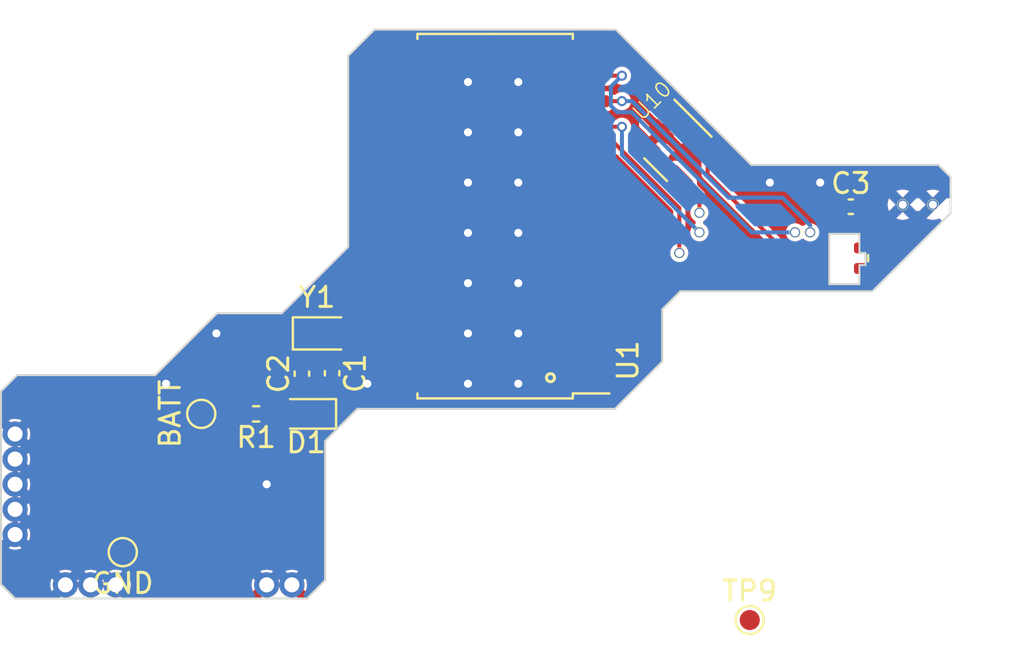
<source format=kicad_pcb>
(kicad_pcb (version 20240108) (generator "pcbnew") (generator_version "8.0")
  (layers (0 "F.Cu" signal) (31 "B.Cu" signal) (34 "B.Paste" user) (35 "F.Paste" user) (36 "B.SilkS" user "B.Silkscreen") (37 "F.SilkS" user "F.Silkscreen") (38 "B.Mask" user) (39 "F.Mask" user) (44 "Edge.Cuts" user))
  (net 0 "")
  (net 1 "GND")
  (net 2 "Net-(U1-X_1)")
  (net 3 "Net-(U1-X_2)")
  (net 4 "Net-(D1-K)")
  (net 5 "Net-(D1-A)")
  (net 6 "/BATT")
  (net 7 "/DATA0")
  (net 8 "/DATA1")
  (net 9 "/DATA2")
  (net 10 "/DATA3")
  (net 11 "+3.3V")
  (net 13 "Net-(U10-RST)")
  (footprint "Wii:TestPoint_THTPad_D0.5mm_Drill0.35mm" (layer "F.Cu") (at 95 102.5)
    (property "Reference" "REF**" (hide yes))
    (property "Value" "TestPoint_THTPad_D0.5mm_Drill0.35mm" (hide yes))
    (fp_circle (center 0 0) (end 0.275 0) (stroke (width 0.025)) (fill none) (layer "F.SilkS"))
    (pad "1" thru_hole circle (at 0 0) (size 0.5 0.5) (drill 0.4) (layers "*.Cu" "*.Mask") (net 1 "GND"))
  )
  (footprint "TestPoint:TestPoint_Pad_D1.0mm" (layer "F.Cu") (at 126.5 104.25)
    (property "Reference" "TP9" (at 0 -1.448 0) (layer "F.SilkS"))
    (property "Value" "3.3V")
    (fp_circle (center 0 0) (end 0 0.7) (stroke (width 0.12)) (fill none) (layer "F.SilkS"))
    (pad "1" smd circle (at 0 0) (size 1 1) (layers "F.Cu" "F.Mask") (net 11 "+3.3V"))
  )
  (footprint "TestPoint:TestPoint_Pad_D1.0mm" (layer "F.Cu") (at 95.35 100.875)
    (property "Reference" "TP2")
    (property "Value" "GND" (at 0 1.55 0) (layer "F.SilkS"))
    (fp_circle (center 0 0) (end 0 0.7) (stroke (width 0.12)) (fill none) (layer "F.SilkS"))
    (pad "1" smd circle (at 0 0) (size 1 1) (layers "F.Cu" "F.Mask") (net 1 "GND"))
  )
  (footprint "Package_SO:SOIC-28W_7.5x17.9mm_P1.27mm" (layer "F.Cu") (at 113.85 84.17 180)
    (property "Reference" "U1" (at -6.6 -7.18 -90) (layer "F.SilkS"))
    (property "Value" "Wii-MX")
    (fp_line (start 3.86 9.06) (end 3.86 8.815) (stroke (width 0.12)) (layer "F.SilkS"))
    (fp_line (start 3.86 -9.06) (end 3.86 -8.815) (stroke (width 0.12)) (layer "F.SilkS"))
    (fp_line (start 0 9.06) (end 3.86 9.06) (stroke (width 0.12)) (layer "F.SilkS"))
    (fp_line (start 0 9.06) (end -3.86 9.06) (stroke (width 0.12)) (layer "F.SilkS"))
    (fp_line (start 0 -9.06) (end 3.86 -9.06) (stroke (width 0.12)) (layer "F.SilkS"))
    (fp_line (start 0 -9.06) (end -3.86 -9.06) (stroke (width 0.12)) (layer "F.SilkS"))
    (fp_line (start -3.86 9.06) (end -3.86 8.815) (stroke (width 0.12)) (layer "F.SilkS"))
    (fp_line (start -3.86 -8.815) (end -5.675 -8.815) (stroke (width 0.12)) (layer "F.SilkS"))
    (fp_line (start -3.86 -9.06) (end -3.86 -8.815) (stroke (width 0.12)) (layer "F.SilkS"))
    (pad "1" smd roundrect (at -4.65 -8.255 180) (size 2.05 0.6) (layers "F.Cu" "F.Paste" "F.Mask"))
    (pad "2" smd roundrect (at -4.65 -6.985 180) (size 2.05 0.6) (layers "F.Cu" "F.Paste" "F.Mask"))
    (pad "3" smd roundrect (at -4.65 -5.715 180) (size 2.05 0.6) (layers "F.Cu" "F.Paste" "F.Mask"))
    (pad "4" smd roundrect (at -4.65 -4.445 180) (size 2.05 0.6) (layers "F.Cu" "F.Paste" "F.Mask") (net 1 "GND"))
    (pad "5" smd roundrect (at -4.65 -3.175 180) (size 2.05 0.6) (layers "F.Cu" "F.Paste" "F.Mask"))
    (pad "6" smd roundrect (at -4.65 -1.905 180) (size 2.05 0.6) (layers "F.Cu" "F.Paste" "F.Mask"))
    (pad "7" smd roundrect (at -4.65 -0.635 180) (size 2.05 0.6) (layers "F.Cu" "F.Paste" "F.Mask"))
    (pad "8" smd roundrect (at -4.65 0.635 180) (size 2.05 0.6) (layers "F.Cu" "F.Paste" "F.Mask"))
    (pad "9" smd roundrect (at -4.65 1.905 180) (size 2.05 0.6) (layers "F.Cu" "F.Paste" "F.Mask"))
    (pad "10" smd roundrect (at -4.65 3.175 180) (size 2.05 0.6) (layers "F.Cu" "F.Paste" "F.Mask"))
    (pad "11" smd roundrect (at -4.65 4.445 180) (size 2.05 0.6) (layers "F.Cu" "F.Paste" "F.Mask") (net 7 "/DATA0"))
    (pad "12" smd roundrect (at -4.65 5.715 180) (size 2.05 0.6) (layers "F.Cu" "F.Paste" "F.Mask") (net 8 "/DATA1"))
    (pad "13" smd roundrect (at -4.65 6.985 180) (size 2.05 0.6) (layers "F.Cu" "F.Paste" "F.Mask") (net 9 "/DATA2"))
    (pad "14" smd roundrect (at -4.65 8.255 180) (size 2.05 0.6) (layers "F.Cu" "F.Paste" "F.Mask") (net 10 "/DATA3"))
    (pad "15" smd roundrect (at 4.65 8.255 180) (size 2.05 0.6) (layers "F.Cu" "F.Paste" "F.Mask"))
    (pad "16" smd roundrect (at 4.65 6.985 180) (size 2.05 0.6) (layers "F.Cu" "F.Paste" "F.Mask") (net 1 "GND"))
    (pad "17" smd roundrect (at 4.65 5.715 180) (size 2.05 0.6) (layers "F.Cu" "F.Paste" "F.Mask") (net 11 "+3.3V"))
    (pad "18" smd roundrect (at 4.65 4.445 180) (size 2.05 0.6) (layers "F.Cu" "F.Paste" "F.Mask"))
    (pad "19" smd roundrect (at 4.65 3.175 180) (size 2.05 0.6) (layers "F.Cu" "F.Paste" "F.Mask"))
    (pad "20" smd roundrect (at 4.65 1.905 180) (size 2.05 0.6) (layers "F.Cu" "F.Paste" "F.Mask"))
    (pad "21" smd roundrect (at 4.65 0.635 180) (size 2.05 0.6) (layers "F.Cu" "F.Paste" "F.Mask"))
    (pad "22" smd roundrect (at 4.65 -0.635 180) (size 2.05 0.6) (layers "F.Cu" "F.Paste" "F.Mask") (net 3 "Net-(U1-X_2)"))
    (pad "23" smd roundrect (at 4.65 -1.905 180) (size 2.05 0.6) (layers "F.Cu" "F.Paste" "F.Mask") (net 2 "Net-(U1-X_1)"))
    (pad "24" smd roundrect (at 4.65 -3.175 180) (size 2.05 0.6) (layers "F.Cu" "F.Paste" "F.Mask") (net 11 "+3.3V"))
    (pad "25" smd roundrect (at 4.65 -4.445 180) (size 2.05 0.6) (layers "F.Cu" "F.Paste" "F.Mask") (net 11 "+3.3V"))
    (pad "26" smd roundrect (at 4.65 -5.715 180) (size 2.05 0.6) (layers "F.Cu" "F.Paste" "F.Mask") (net 4 "Net-(D1-K)"))
    (pad "27" smd roundrect (at 4.65 -6.985 180) (size 2.05 0.6) (layers "F.Cu" "F.Paste" "F.Mask") (net 11 "+3.3V"))
    (pad "28" smd roundrect (at 4.65 -8.255 180) (size 2.05 0.6) (layers "F.Cu" "F.Paste" "F.Mask"))
  )
  (footprint "Wii:TestPoint_THTPad_D0.5mm_Drill0.35mm" (layer "F.Cu") (at 124 84.975)
    (property "Reference" "TP4" (hide yes))
    (property "Value" "TestPoint" (hide yes))
    (fp_circle (center 0 0) (end 0.275 0) (stroke (width 0.025)) (fill none) (layer "F.SilkS"))
    (pad "1" thru_hole circle (at 0 0) (size 0.5 0.5) (drill 0.4) (layers "*.Cu" "*.Mask") (net 7 "/DATA0"))
  )
  (footprint "Wii:TestPoint_THTPad_D0.5mm_Drill0.35mm" (layer "F.Cu") (at 90 98.75)
    (property "Reference" "REF**" (hide yes))
    (property "Value" "TestPoint_THTPad_D0.5mm_Drill0.35mm" (hide yes))
    (fp_circle (center 0 0) (end 0.275 0) (stroke (width 0.025)) (fill none) (layer "F.SilkS"))
    (pad "1" thru_hole circle (at 0 0) (size 0.5 0.5) (drill 0.4) (layers "*.Cu" "*.Mask") (net 1 "GND"))
  )
  (footprint "Wii:TestPoint_THTPad_D0.5mm_Drill0.35mm" (layer "F.Cu") (at 134.1 83.6)
    (property "Reference" "TP3" (hide yes))
    (property "Value" "GND" (hide yes))
    (fp_circle (center 0 0) (end 0.275 0) (stroke (width 0.025)) (fill none) (layer "F.SilkS"))
    (pad "1" thru_hole circle (at 0 0) (size 0.5 0.5) (drill 0.4) (layers "*.Cu" "*.Mask") (net 1 "GND"))
  )
  (footprint "Wii:TestPoint_THTPad_D0.5mm_Drill0.35mm" (layer "F.Cu") (at 124 84)
    (property "Reference" "TP11" (hide yes))
    (property "Value" "U10" (hide yes))
    (fp_circle (center 0 0) (end 0.275 0) (stroke (width 0.025)) (fill none) (layer "F.SilkS"))
    (pad "1" thru_hole circle (at 0 0) (size 0.5 0.5) (drill 0.4) (layers "*.Cu" "*.Mask") (net 13 "Net-(U10-RST)"))
  )
  (footprint "Wii:TestPoint_THTPad_D0.5mm_Drill0.35mm" (layer "F.Cu") (at 135.6 83.6)
    (property "Reference" "TP3" (hide yes))
    (property "Value" "GND" (hide yes))
    (fp_circle (center 0 0) (end 0.275 0) (stroke (width 0.025)) (fill none) (layer "F.SilkS"))
    (pad "1" thru_hole circle (at 0 0) (size 0.5 0.5) (drill 0.4) (layers "*.Cu" "*.Mask") (net 1 "GND"))
  )
  (footprint "Wii:TestPoint_THTPad_D0.5mm_Drill0.35mm" (layer "F.Cu") (at 90 97.5)
    (property "Reference" "REF**" (hide yes))
    (property "Value" "TestPoint_THTPad_D0.5mm_Drill0.35mm" (hide yes))
    (fp_circle (center 0 0) (end 0.275 0) (stroke (width 0.025)) (fill none) (layer "F.SilkS"))
    (pad "1" thru_hole circle (at 0 0) (size 0.5 0.5) (drill 0.4) (layers "*.Cu" "*.Mask") (net 1 "GND"))
  )
  (footprint "Wii:TestPoint_THTPad_D0.5mm_Drill0.35mm" (layer "F.Cu") (at 90 96.25)
    (property "Reference" "REF**" (hide yes))
    (property "Value" "TestPoint_THTPad_D0.5mm_Drill0.35mm" (hide yes))
    (fp_circle (center 0 0) (end 0.275 0) (stroke (width 0.025)) (fill none) (layer "F.SilkS"))
    (pad "1" thru_hole circle (at 0 0) (size 0.5 0.5) (drill 0.4) (layers "*.Cu" "*.Mask") (net 1 "GND"))
  )
  (footprint "Diode_SMD:D_0603_1608Metric" (layer "F.Cu") (at 104.4625 94 180)
    (property "Reference" "D1" (at 0 -1.43 180) (layer "F.SilkS"))
    (property "Value" "D_Small")
    (fp_line (start 0.8 -0.735) (end -1.485 -0.735) (stroke (width 0.12)) (layer "F.SilkS"))
    (fp_line (start -1.485 0.735) (end 0.8 0.735) (stroke (width 0.12)) (layer "F.SilkS"))
    (fp_line (start -1.485 -0.735) (end -1.485 0.735) (stroke (width 0.12)) (layer "F.SilkS"))
    (pad "1" smd roundrect (at -0.7875 0 180) (size 0.875 0.95) (layers "F.Cu" "F.Paste" "F.Mask") (net 4 "Net-(D1-K)"))
    (pad "2" smd roundrect (at 0.7875 0 180) (size 0.875 0.95) (layers "F.Cu" "F.Paste" "F.Mask") (net 5 "Net-(D1-A)"))
  )
  (footprint "Package_TO_SOT_SMD:SOT-23-5" (layer "F.Cu") (at 122.929334 80.754334 -45)
    (property "Reference" "U10" (at -2.551714 -0.742462 -135) (layer "F.SilkS") (effects (font (size 0.75 0.75) (thickness 0.08))))
    (property "Value" "~")
    (fp_line (start 0 1.560001) (end -0.8 1.56) (stroke (width 0.12)) (layer "F.SilkS"))
    (fp_line (start 0 1.560001) (end 0.8 1.56) (stroke (width 0.12)) (layer "F.SilkS"))
    (fp_line (start 0 -1.560001) (end -1.8 -1.56) (stroke (width 0.12)) (layer "F.SilkS"))
    (fp_line (start 0 -1.560001) (end 0.8 -1.56) (stroke (width 0.12)) (layer "F.SilkS"))
    (pad "1" smd roundrect (at -1.1375 -0.949999 315) (size 1.325 0.6) (layers "F.Cu" "F.Paste" "F.Mask") (net 1 "GND"))
    (pad "2" smd roundrect (at -1.1375 0 315) (size 1.325 0.6) (layers "F.Cu" "F.Paste" "F.Mask") (net 1 "GND"))
    (pad "3" smd roundrect (at -1.1375 0.949999 315) (size 1.325 0.6) (layers "F.Cu" "F.Paste" "F.Mask") (net 1 "GND"))
    (pad "4" smd roundrect (at 1.1375 0.949999 315) (size 1.325 0.6) (layers "F.Cu" "F.Paste" "F.Mask") (net 13 "Net-(U10-RST)"))
    (pad "5" smd roundrect (at 1.1375 -0.949999 315) (size 1.325 0.6) (layers "F.Cu" "F.Paste" "F.Mask") (net 11 "+3.3V"))
  )
  (footprint "Wii:TestPoint_THTPad_D0.5mm_Drill0.35mm" (layer "F.Cu") (at 92.5 102.5)
    (property "Reference" "REF**" (hide yes))
    (property "Value" "TestPoint_THTPad_D0.5mm_Drill0.35mm" (hide yes))
    (fp_circle (center 0 0) (end 0.275 0) (stroke (width 0.025)) (fill none) (layer "F.SilkS"))
    (pad "1" thru_hole circle (at 0 0) (size 0.5 0.5) (drill 0.4) (layers "*.Cu" "*.Mask") (net 1 "GND"))
  )
  (footprint "Capacitor_SMD:C_0402_1005Metric" (layer "F.Cu") (at 104.25 92 90)
    (property "Reference" "C2" (at 0 -1.16 -90) (layer "F.SilkS"))
    (property "Value" "5pF")
    (fp_line (start -0.107836 -0.36) (end 0.107836 -0.36) (stroke (width 0.12)) (layer "F.SilkS"))
    (fp_line (start -0.107836 0.36) (end 0.107836 0.36) (stroke (width 0.12)) (layer "F.SilkS"))
    (pad "1" smd roundrect (at -0.48 0 90) (size 0.56 0.62) (layers "F.Cu" "F.Paste" "F.Mask") (net 1 "GND"))
    (pad "2" smd roundrect (at 0.48 0 90) (size 0.56 0.62) (layers "F.Cu" "F.Paste" "F.Mask") (net 3 "Net-(U1-X_2)"))
  )
  (footprint "Wii:TestPoint_THTPad_D0.5mm_Drill0.35mm" (layer "F.Cu") (at 93.75 102.5)
    (property "Reference" "REF**" (hide yes))
    (property "Value" "TestPoint_THTPad_D0.5mm_Drill0.35mm" (hide yes))
    (fp_circle (center 0 0) (end 0.275 0) (stroke (width 0.025)) (fill none) (layer "F.SilkS"))
    (pad "1" thru_hole circle (at 0 0) (size 0.5 0.5) (drill 0.4) (layers "*.Cu" "*.Mask") (net 1 "GND"))
  )
  (footprint "Resistor_SMD:R_0402_1005Metric" (layer "F.Cu") (at 101.9775 94 180)
    (property "Reference" "R1" (at 0 -1.17 180) (layer "F.SilkS"))
    (property "Value" "1k")
    (fp_line (start -0.153641 0.38) (end 0.153641 0.38) (stroke (width 0.12)) (layer "F.SilkS"))
    (fp_line (start -0.153641 -0.38) (end 0.153641 -0.38) (stroke (width 0.12)) (layer "F.SilkS"))
    (pad "1" smd roundrect (at -0.51 0 180) (size 0.54 0.64) (layers "F.Cu" "F.Paste" "F.Mask") (net 5 "Net-(D1-A)"))
    (pad "2" smd roundrect (at 0.51 0 180) (size 0.54 0.64) (layers "F.Cu" "F.Paste" "F.Mask") (net 6 "/BATT"))
  )
  (footprint "Wii:TestPoint_THTPad_D0.5mm_Drill0.35mm" (layer "F.Cu") (at 103.75 102.5)
    (property "Reference" "REF**" (hide yes))
    (property "Value" "TestPoint_THTPad_D0.5mm_Drill0.35mm" (hide yes))
    (fp_circle (center 0 0) (end 0.275 0) (stroke (width 0.025)) (fill none) (layer "F.SilkS"))
    (pad "1" thru_hole circle (at 0 0) (size 0.5 0.5) (drill 0.4) (layers "*.Cu" "*.Mask") (net 1 "GND"))
  )
  (footprint "TestPoint:TestPoint_Pad_D1.0mm" (layer "F.Cu") (at 99.25 94 -90)
    (property "Reference" "TP8")
    (property "Value" "BATT" (at 0 1.55 90) (layer "F.SilkS"))
    (fp_circle (center 0 0) (end 0 0.7) (stroke (width 0.12)) (fill none) (layer "F.SilkS"))
    (pad "1" smd circle (at 0 0 270) (size 1 1) (layers "F.Cu" "F.Mask") (net 6 "/BATT"))
  )
  (footprint "Wii:TestPoint_THTPad_D0.5mm_Drill0.35mm" (layer "F.Cu") (at 128.75 84.975)
    (property "Reference" "TP6" (hide yes))
    (property "Value" "TestPoint" (hide yes))
    (fp_circle (center 0 0) (end 0.275 0) (stroke (width 0.025)) (fill none) (layer "F.SilkS"))
    (pad "1" thru_hole circle (at 0 0) (size 0.5 0.5) (drill 0.4) (layers "*.Cu" "*.Mask") (net 9 "/DATA2"))
  )
  (footprint "Wii:TestPoint_THTPad_D0.5mm_Drill0.35mm" (layer "F.Cu") (at 90 100)
    (property "Reference" "REF**" (hide yes))
    (property "Value" "TestPoint_THTPad_D0.5mm_Drill0.35mm" (hide yes))
    (fp_circle (center 0 0) (end 0.275 0) (stroke (width 0.025)) (fill none) (layer "F.SilkS"))
    (pad "1" thru_hole circle (at 0 0) (size 0.5 0.5) (drill 0.4) (layers "*.Cu" "*.Mask") (net 1 "GND"))
  )
  (footprint "Resistor_SMD:R_0402_1005Metric" (layer "F.Cu") (at 132 86.26 90)
    (property "Reference" "TP10" (hide yes))
    (property "Value" "TestPoint_2Pole" (hide yes))
    (fp_line (start -0.153641 0.38) (end 0.153641 0.38) (stroke (width 0.12)) (layer "F.SilkS"))
    (pad "1" smd roundrect (at -0.51 0 90) (size 0.54 0.64) (layers "F.Cu" "F.Paste" "F.Mask") (net 11 "+3.3V"))
    (pad "2" smd roundrect (at 0.51 0 90) (size 0.54 0.64) (layers "F.Cu" "F.Paste" "F.Mask") (net 11 "+3.3V"))
  )
  (footprint "Wii:TestPoint_THTPad_D0.5mm_Drill0.35mm" (layer "F.Cu") (at 123 86)
    (property "Reference" "TP7" (hide yes))
    (property "Value" "TestPoint" (hide yes))
    (fp_circle (center 0 0) (end 0.275 0) (stroke (width 0.025)) (fill none) (layer "F.SilkS"))
    (pad "1" thru_hole circle (at 0 0) (size 0.5 0.5) (drill 0.4) (layers "*.Cu" "*.Mask") (net 10 "/DATA3"))
  )
  (footprint "Capacitor_SMD:C_0402_1005Metric" (layer "F.Cu") (at 131.52 83.7)
    (property "Reference" "C3" (at 0 -1.16 0) (layer "F.SilkS"))
    (property "Value" "100nF")
    (fp_line (start -0.107836 -0.36) (end 0.107836 -0.36) (stroke (width 0.12)) (layer "F.SilkS"))
    (fp_line (start -0.107836 0.36) (end 0.107836 0.36) (stroke (width 0.12)) (layer "F.SilkS"))
    (pad "1" smd roundrect (at -0.48 0) (size 0.56 0.62) (layers "F.Cu" "F.Paste" "F.Mask") (net 1 "GND"))
    (pad "2" smd roundrect (at 0.48 0) (size 0.56 0.62) (layers "F.Cu" "F.Paste" "F.Mask") (net 11 "+3.3V"))
  )
  (footprint "Crystal:Crystal_SMD_2012-2Pin_2.0x1.2mm" (layer "F.Cu") (at 105 90)
    (property "Reference" "Y1" (at 0 -1.8 360) (layer "F.SilkS"))
    (property "Value" "32.768kHz")
    (fp_line (start -1.2 -0.8) (end -1.2 0.8) (stroke (width 0.12)) (layer "F.SilkS"))
    (fp_line (start -1.2 0.8) (end 1.2 0.8) (stroke (width 0.12)) (layer "F.SilkS"))
    (fp_line (start 1.2 -0.8) (end -1.2 -0.8) (stroke (width 0.12)) (layer "F.SilkS"))
    (pad "1" smd rect (at -0.7 0) (size 0.6 1.1) (layers "F.Cu" "F.Paste" "F.Mask") (net 3 "Net-(U1-X_2)"))
    (pad "2" smd rect (at 0.7 0) (size 0.6 1.1) (layers "F.Cu" "F.Paste" "F.Mask") (net 2 "Net-(U1-X_1)"))
  )
  (footprint "Wii:TestPoint_THTPad_D0.5mm_Drill0.35mm" (layer "F.Cu") (at 129.5 84.975)
    (property "Reference" "TP5" (hide yes))
    (property "Value" "TestPoint" (hide yes))
    (fp_circle (center 0 0) (end 0.275 0) (stroke (width 0.025)) (fill none) (layer "F.SilkS"))
    (pad "1" thru_hole circle (at 0 0) (size 0.5 0.5) (drill 0.4) (layers "*.Cu" "*.Mask") (net 8 "/DATA1"))
  )
  (footprint "Capacitor_SMD:C_0402_1005Metric" (layer "F.Cu") (at 105.75 91.98 90)
    (property "Reference" "C1" (at 0 1.15 -90) (layer "F.SilkS"))
    (property "Value" "5pF")
    (fp_line (start -0.107836 -0.36) (end 0.107836 -0.36) (stroke (width 0.12)) (layer "F.SilkS"))
    (fp_line (start -0.107836 0.36) (end 0.107836 0.36) (stroke (width 0.12)) (layer "F.SilkS"))
    (pad "1" smd roundrect (at -0.48 0 90) (size 0.56 0.62) (layers "F.Cu" "F.Paste" "F.Mask") (net 1 "GND"))
    (pad "2" smd roundrect (at 0.48 0 90) (size 0.56 0.62) (layers "F.Cu" "F.Paste" "F.Mask") (net 2 "Net-(U1-X_1)"))
  )
  (footprint "Wii:TestPoint_THTPad_D0.5mm_Drill0.35mm" (layer "F.Cu") (at 102.5 102.5)
    (property "Reference" "REF**" (hide yes))
    (property "Value" "TestPoint_THTPad_D0.5mm_Drill0.35mm" (hide yes))
    (fp_circle (center 0 0) (end 0.275 0) (stroke (width 0.025)) (fill none) (layer "F.SilkS"))
    (pad "1" thru_hole circle (at 0 0) (size 0.5 0.5) (drill 0.4) (layers "*.Cu" "*.Mask") (net 1 "GND"))
  )
  (footprint "Wii:TestPoint_THTPad_D0.5mm_Drill0.35mm" (layer "F.Cu") (at 90 95)
    (property "Reference" "REF**" (hide yes))
    (property "Value" "TestPoint_THTPad_D0.5mm_Drill0.35mm" (hide yes))
    (fp_circle (center 0 0) (end 0.275 0) (stroke (width 0.025)) (fill none) (layer "F.SilkS"))
    (pad "1" thru_hole circle (at 0 0) (size 0.5 0.5) (drill 0.4) (layers "*.Cu" "*.Mask") (net 1 "GND"))
  )
  (gr_circle (center 116.6 92.2) (end 116.8 92.2) (stroke (width 0.15)) (fill none) (layer "F.SilkS"))
  (gr_line (start 122.15 88.8) (end 122.15 91.4) (stroke (width 0.1)) (layer "Edge.Cuts"))
  (gr_line (start 132.25 86) (end 131.95 86) (stroke (width 0.1)) (layer "Edge.Cuts"))
  (gr_line (start 119.85 74.9) (end 107.85 74.9) (stroke (width 0.1)) (layer "Edge.Cuts"))
  (gr_line (start 106.55 85.7) (end 103.25 89) (stroke (width 0.1)) (layer "Edge.Cuts"))
  (gr_line (start 131.95 87.55) (end 130.45 87.55) (stroke (width 0.1)) (layer "Edge.Cuts"))
  (gr_line (start 122.15 88.8) (end 123.05 87.9) (stroke (width 0.1)) (layer "Edge.Cuts"))
  (gr_line (start 89.3 102.475) (end 89.3 92.875) (stroke (width 0.1)) (layer "Edge.Cuts"))
  (gr_line (start 130.45 85.05) (end 131.95 85.05) (stroke (width 0.1)) (layer "Edge.Cuts"))
  (gr_line (start 105.4 102.275) (end 104.5 103.175) (stroke (width 0.1)) (layer "Edge.Cuts"))
  (gr_line (start 132.6 87.9) (end 123.05 87.9) (stroke (width 0.1)) (layer "Edge.Cuts"))
  (gr_line (start 131.95 87.1) (end 131.95 87.55) (stroke (width 0.1)) (layer "Edge.Cuts"))
  (gr_line (start 136.475081 82.224919) (end 135.875081 81.624919) (stroke (width 0.1)) (layer "Edge.Cuts"))
  (gr_line (start 90 103.175) (end 89.3 102.475) (stroke (width 0.1)) (layer "Edge.Cuts"))
  (gr_line (start 107.85 74.9) (end 106.55 76.2) (stroke (width 0.1)) (layer "Edge.Cuts"))
  (gr_line (start 136.475081 84.024919) (end 136.475081 82.224919) (stroke (width 0.1)) (layer "Edge.Cuts"))
  (gr_line (start 119.8 93.75) (end 122.15 91.4) (stroke (width 0.1)) (layer "Edge.Cuts"))
  (gr_line (start 105.4 95.35) (end 107 93.75) (stroke (width 0.1)) (layer "Edge.Cuts"))
  (gr_line (start 132.25 86.6) (end 132.25 86) (stroke (width 0.1)) (layer "Edge.Cuts"))
  (gr_line (start 96.9625 92.075) (end 90.1 92.075) (stroke (width 0.1)) (layer "Edge.Cuts"))
  (gr_line (start 131.95 86.6) (end 132.25 86.6) (stroke (width 0.1)) (layer "Edge.Cuts"))
  (gr_line (start 89.3 92.875) (end 90.1 92.075) (stroke (width 0.1)) (layer "Edge.Cuts"))
  (gr_line (start 132.6 87.9) (end 136.475081 84.024919) (stroke (width 0.1)) (layer "Edge.Cuts"))
  (gr_line (start 130.45 87.55) (end 130.45 85.05) (stroke (width 0.1)) (layer "Edge.Cuts"))
  (gr_line (start 103.25 89) (end 100.0375 89) (stroke (width 0.1)) (layer "Edge.Cuts"))
  (gr_line (start 100.0375 89) (end 96.9625 92.075) (stroke (width 0.1)) (layer "Edge.Cuts"))
  (gr_line (start 119.85 74.9) (end 126.575 81.625) (stroke (width 0.1)) (layer "Edge.Cuts"))
  (gr_line (start 135.875081 81.624919) (end 126.575 81.625) (stroke (width 0.1)) (layer "Edge.Cuts"))
  (gr_line (start 131.95 85.05) (end 131.95 85.5) (stroke (width 0.1)) (layer "Edge.Cuts"))
  (gr_line (start 131.95 86) (end 131.95 85.5) (stroke (width 0.1)) (layer "Edge.Cuts"))
  (gr_line (start 104.5 103.175) (end 90 103.175) (stroke (width 0.1)) (layer "Edge.Cuts"))
  (gr_line (start 131.95 87.1) (end 131.95 86.6) (stroke (width 0.1)) (layer "Edge.Cuts"))
  (gr_line (start 105.4 95.35) (end 105.4 102.275) (stroke (width 0.1)) (layer "Edge.Cuts"))
  (gr_line (start 119.8 93.75) (end 107 93.75) (stroke (width 0.1)) (layer "Edge.Cuts"))
  (gr_line (start 106.55 76.2) (end 106.55 85.7) (stroke (width 0.1)) (layer "Edge.Cuts"))
  (segment (start 123.925 79.25) (end 122.796751 78.121751) (width 0.3) (layer "F.Cu") (net 1))
  (segment (start 122.796751 79.278249) (end 123.878249 79.278249) (width 0.3) (layer "F.Cu") (net 1))
  (segment (start 123.878249 79.278249) (end 124.1 79.5) (width 0.2) (layer "F.Cu") (net 1))
  (segment (start 121.453249 80.378249) (end 120.85 79.775) (width 0.3) (layer "F.Cu") (net 1))
  (segment (start 121.453249 80.621751) (end 121.453249 80.378249) (width 0.2) (layer "F.Cu") (net 1))
  (segment (start 120.85 79.775) (end 120.85 79.375) (width 0.3) (layer "F.Cu") (net 1))
  (via (at 115 87.5) (size 0.8) (drill 0.4) (layers "F.Cu" "B.Cu") (net 1))
  (via (at 103.75 102.5) (size 1.25) (drill 0.75) (layers "F.Cu" "B.Cu") (net 1))
  (via (at 112.5 87.5) (size 0.8) (drill 0.4) (layers "F.Cu" "B.Cu") (net 1))
  (via (at 102.5 97.5) (size 0.8) (drill 0.4) (layers "F.Cu" "B.Cu") (net 1))
  (via (at 97.5 92.5) (size 0.8) (drill 0.4) (layers "F.Cu" "B.Cu") (net 1))
  (via (at 112.5 82.5) (size 0.8) (drill 0.4) (layers "F.Cu" "B.Cu") (net 1))
  (via (at 130 82.5) (size 0.8) (drill 0.4) (layers "F.Cu" "B.Cu") (net 1))
  (via (at 112.5 92.5) (size 0.8) (drill 0.4) (layers "F.Cu" "B.Cu") (net 1))
  (via (at 93.75 102.5) (size 1.25) (drill 0.75) (layers "F.Cu" "B.Cu") (net 1))
  (via (at 115 82.5) (size 0.8) (drill 0.4) (layers "F.Cu" "B.Cu") (net 1))
  (via (at 102.5 102.5) (size 1.25) (drill 0.75) (layers "F.Cu" "B.Cu") (net 1))
  (via (at 107.5 92.5) (size 0.8) (drill 0.4) (layers "F.Cu" "B.Cu") (net 1))
  (via (at 114.999203 92.499203) (size 0.8) (drill 0.4) (layers "F.Cu" "B.Cu") (net 1))
  (via (at 92.5 102.5) (size 1.25) (drill 0.75) (layers "F.Cu" "B.Cu") (net 1))
  (via (at 90 98.75) (size 1.25) (drill 0.75) (layers "F.Cu" "B.Cu") (net 1))
  (via (at 112.5 90) (size 0.8) (drill 0.4) (layers "F.Cu" "B.Cu") (net 1))
  (via (at 90 97.5) (size 1.25) (drill 0.75) (layers "F.Cu" "B.Cu") (net 1))
  (via (at 95 102.5) (size 1.25) (drill 0.75) (layers "F.Cu" "B.Cu") (net 1))
  (via (at 112.5 77.5) (size 0.8) (drill 0.4) (layers "F.Cu" "B.Cu") (net 1))
  (via (at 90 96.25) (size 1.25) (drill 0.75) (layers "F.Cu" "B.Cu") (net 1))
  (via (at 115 77.5) (size 0.8) (drill 0.4) (layers "F.Cu" "B.Cu") (net 1))
  (via (at 90 100) (size 1.25) (drill 0.75) (layers "F.Cu" "B.Cu") (net 1))
  (via (at 112.5 80) (size 0.8) (drill 0.4) (layers "F.Cu" "B.Cu") (net 1))
  (via (at 90 95) (size 1.25) (drill 0.75) (layers "F.Cu" "B.Cu") (net 1))
  (via (at 115 80) (size 0.8) (drill 0.4) (layers "F.Cu" "B.Cu") (net 1))
  (via (at 115 85) (size 0.8) (drill 0.4) (layers "F.Cu" "B.Cu") (net 1))
  (via (at 115 90) (size 0.8) (drill 0.4) (layers "F.Cu" "B.Cu") (net 1))
  (via (at 112.5 85) (size 0.8) (drill 0.4) (layers "F.Cu" "B.Cu") (net 1))
  (via (at 127.5 82.5) (size 0.8) (drill 0.4) (layers "F.Cu" "B.Cu") (net 1))
  (via (at 100 90) (size 0.8) (drill 0.4) (layers "F.Cu" "B.Cu") (net 1))
  (segment (start 105.7 88.550001) (end 108.175001 86.075) (width 0.25) (layer "F.Cu") (net 2))
  (segment (start 105.7 90) (end 105.7 91.45) (width 0.25) (layer "F.Cu") (net 2))
  (segment (start 108.175001 86.075) (end 109.2 86.075) (width 0.25) (layer "F.Cu") (net 2))
  (segment (start 105.7 90) (end 105.7 88.550001) (width 0.25) (layer "F.Cu") (net 2))
  (segment (start 104.3 90) (end 104.3 91.47) (width 0.25) (layer "F.Cu") (net 3))
  (segment (start 104.3 89.2) (end 108.695 84.805) (width 0.25) (layer "F.Cu") (net 3))
  (segment (start 108.695 84.805) (end 109.2 84.805) (width 0.25) (layer "F.Cu") (net 3))
  (segment (start 104.3 90) (end 104.3 89.2) (width 0.25) (layer "F.Cu") (net 3))
  (segment (start 108.365 89.885) (end 106.385 91.865) (width 0.25) (layer "F.Cu") (net 4))
  (segment (start 106.385 91.865) (end 106.385 92.865) (width 0.25) (layer "F.Cu") (net 4))
  (segment (start 109.2 89.885) (end 108.365 89.885) (width 0.25) (layer "F.Cu") (net 4))
  (segment (start 106.385 92.865) (end 105.25 94) (width 0.25) (layer "F.Cu") (net 4))
  (segment (start 103.675 94) (end 102.4875 94) (width 0.25) (layer "F.Cu") (net 5))
  (segment (start 101.4675 94) (end 99.25 94) (width 0.25) (layer "F.Cu") (net 6))
  (segment (start 120.15 79.725) (end 118.5 79.725) (width 0.2) (layer "F.Cu") (net 7))
  (segment (start 124 84.975) (end 124 84.829448) (width 0.2) (layer "F.Cu") (net 7))
  (via (at 120.15 79.725) (size 0.5) (drill 0.3) (layers "F.Cu" "B.Cu") (net 7))
  (segment (start 120.15 81.125) (end 120.15 79.725) (width 0.2) (layer "B.Cu") (net 7))
  (segment (start 124 84.975) (end 120.15 81.125) (width 0.2) (layer "B.Cu") (net 7))
  (segment (start 118.505 78.45) (end 118.5 78.455) (width 0.2) (layer "F.Cu") (net 8))
  (segment (start 120.15 78.45) (end 118.505 78.45) (width 0.2) (layer "F.Cu") (net 8))
  (segment (start 129.5 84.975) (end 129.5 84.911827) (width 0.25) (layer "F.Cu") (net 8))
  (via (at 120.15 78.45) (size 0.5) (drill 0.3) (layers "F.Cu" "B.Cu") (net 8))
  (segment (start 128.128553 83.25) (end 125.45 83.25) (width 0.2) (layer "B.Cu") (net 8))
  (segment (start 129.5 84.621447) (end 128.128553 83.25) (width 0.2) (layer "B.Cu") (net 8))
  (segment (start 129.5 84.975) (end 129.5 84.621447) (width 0.2) (layer "B.Cu") (net 8))
  (segment (start 125.45 83.25) (end 120.65 78.45) (width 0.2) (layer "B.Cu") (net 8))
  (segment (start 120.65 78.45) (end 120.15 78.45) (width 0.2) (layer "B.Cu") (net 8))
  (segment (start 120.15 77.185) (end 118.5 77.185) (width 0.2) (layer "F.Cu") (net 9))
  (via (at 120.15 77.185) (size 0.5) (drill 0.3) (layers "F.Cu" "B.Cu") (net 9))
  (segment (start 120.634314 79) (end 119.922182 79) (width 0.2) (layer "B.Cu") (net 9))
  (segment (start 128.75 84.975) (end 126.609314 84.975) (width 0.2) (layer "B.Cu") (net 9))
  (segment (start 119.6 78.677818) (end 119.6 77.735) (width 0.2) (layer "B.Cu") (net 9))
  (segment (start 119.6 77.735) (end 120.15 77.185) (width 0.2) (layer "B.Cu") (net 9))
  (segment (start 126.609314 84.975) (end 120.634314 79) (width 0.2) (layer "B.Cu") (net 9))
  (segment (start 119.922182 79) (end 119.6 78.677818) (width 0.2) (layer "B.Cu") (net 9))
  (segment (start 123 83.759448) (end 119.565552 80.325) (width 0.2) (layer "F.Cu") (net 10))
  (segment (start 118.104448 75.915) (end 118.5 75.915) (width 0.2) (layer "F.Cu") (net 10))
  (segment (start 117.175 76.844448) (end 118.104448 75.915) (width 0.2) (layer "F.Cu") (net 10))
  (segment (start 123 86) (end 123 83.759448) (width 0.2) (layer "F.Cu") (net 10))
  (segment (start 117.175 80.065552) (end 117.175 76.844448) (width 0.2) (layer "F.Cu") (net 10))
  (segment (start 117.434448 80.325) (end 117.175 80.065552) (width 0.2) (layer "F.Cu") (net 10))
  (segment (start 119.565552 80.325) (end 117.434448 80.325) (width 0.2) (layer "F.Cu") (net 10))
  (segment (start 110.55 88) (end 110.55 90.235908) (width 0.25) (layer "F.Cu") (net 11))
  (segment (start 131.084999 84.925) (end 130.363173 84.925) (width 0.25) (layer "F.Cu") (net 11))
  (segment (start 129.925 85.575) (end 128.8 86.7) (width 0.25) (layer "F.Cu") (net 11))
  (segment (start 109.2 88) (end 110.55 88) (width 0.25) (layer "F.Cu") (net 11))
  (segment (start 132.301777 86.725) (end 132.075 86.725) (width 0.25) (layer "F.Cu") (net 11))
  (segment (start 110.55 90.235908) (end 109.630908 91.155) (width 0.25) (layer "F.Cu") (net 11))
  (segment (start 124.405419 80.886917) (end 124.405419 82.080419) (width 0.2) (layer "F.Cu") (net 11))
  (segment (start 109.2 88) (end 109.2 88.615) (width 0.25) (layer "F.Cu") (net 11))
  (segment (start 132.001777 84.925) (end 132.375 85.298223) (width 0.25) (layer "F.Cu") (net 11))
  (segment (start 128.8 86.475) (end 128.8 86.7) (width 0.2) (layer "F.Cu") (net 11))
  (segment (start 132 83.7) (end 132 84.009999) (width 0.25) (layer "F.Cu") (net 11))
  (segment (start 109.2 87.345) (end 109.2 88) (width 0.25) (layer "F.Cu") (net 11))
  (segment (start 132 84.009999) (end 131.084999 84.925) (width 0.25) (layer "F.Cu") (net 11))
  (segment (start 129.925 85.363173) (end 129.925 85.575) (width 0.25) (layer "F.Cu") (net 11))
  (segment (start 111.65 86.7) (end 110.55 87.8) (width 0.25) (layer "F.Cu") (net 11))
  (segment (start 132.375 86.651777) (end 132.301777 86.725) (width 0.25) (layer "F.Cu") (net 11))
  (segment (start 109.2 78.455) (end 110.224999 78.455) (width 0.25) (layer "F.Cu") (net 11))
  (segment (start 130.363173 84.925) (end 129.925 85.363173) (width 0.25) (layer "F.Cu") (net 11))
  (segment (start 110.224999 78.455) (end 110.55 78.780001) (width 0.25) (layer "F.Cu") (net 11))
  (segment (start 132 84.925) (end 132.001777 84.925) (width 0.25) (layer "F.Cu") (net 11))
  (segment (start 110.55 78.780001) (end 110.55 87.8) (width 0.25) (layer "F.Cu") (net 11))
  (segment (start 132 83.7) (end 132 84.925) (width 0.25) (layer "F.Cu") (net 11))
  (segment (start 124.405419 82.080419) (end 128.8 86.475) (width 0.2) (layer "F.Cu") (net 11))
  (segment (start 110.55 87.8) (end 110.55 88) (width 0.25) (layer "F.Cu") (net 11))
  (segment (start 128.8 86.7) (end 111.65 86.7) (width 0.25) (layer "F.Cu") (net 11))
  (segment (start 132.375 85.298223) (end 132.375 86.651777) (width 0.25) (layer "F.Cu") (net 11))
  (segment (start 109.630908 91.155) (end 109.2 91.155) (width 0.25) (layer "F.Cu") (net 11))
  (segment (start 124 83.168502) (end 123.061917 82.230419) (width 0.2) (layer "F.Cu") (net 13))
  (segment (start 124 84) (end 124 83.168502) (width 0.2) (layer "F.Cu") (net 13))
  (zone (net 1) (net_name "GND") (layer "F.Cu") (connect_pads (clearance 0.1)) (min_thickness 0.25) (fill yes (thermal_gap 0.5) (thermal_bridge_width 0.5) (island_removal_mode 1) (island_area_min 10))
    (polygon (pts (xy 136.475 82.225) (xy 136.475 84.025) (xy 132.6 87.9) (xy 123.025 87.9) (xy 122.15 88.8) (xy 122.15 91.4) (xy 119.8 93.75) (xy 107 93.75) (xy 105.4 95.35) (xy 105.4 102.3) (xy 104.5 103.2) (xy 90 103.2) (xy 89.3 102.45) (xy 89.3 92.9) (xy 90.1 92.1) (xy 96.95 92.1) (xy 100.05 89) (xy 103.25 89) (xy 106.55 85.7) (xy 106.55 76.2) (xy 107.85 74.9) (xy 119.85 74.9) (xy 126.55 81.6) (xy 135.875 81.625)))
  )
  (zone (net 1) (net_name "GND") (layer "B.Cu") (priority 1) (connect_pads (clearance 0.1)) (min_thickness 0.25) (fill yes (thermal_gap 0.5) (thermal_bridge_width 0.5) (island_removal_mode 1) (island_area_min 10))
    (polygon (pts (xy 135.95 81.6) (xy 136.55 82.2) (xy 136.55 84) (xy 132.6 87.9) (xy 123.075 87.9) (xy 122.15 88.825) (xy 122.15 91.4) (xy 119.8 93.75) (xy 107 93.75) (xy 105.4 95.35) (xy 105.4 102.25) (xy 104.5 103.15) (xy 90 103.2) (xy 89.3 102.5) (xy 89.3 92.85) (xy 90.1 92.1) (xy 96.95 92.1) (xy 100.05 89) (xy 103.25 89) (xy 106.55 85.7) (xy 106.55 76.2) (xy 107.85 74.9) (xy 119.85 74.9) (xy 126.55 81.6)))
  )
)
</source>
